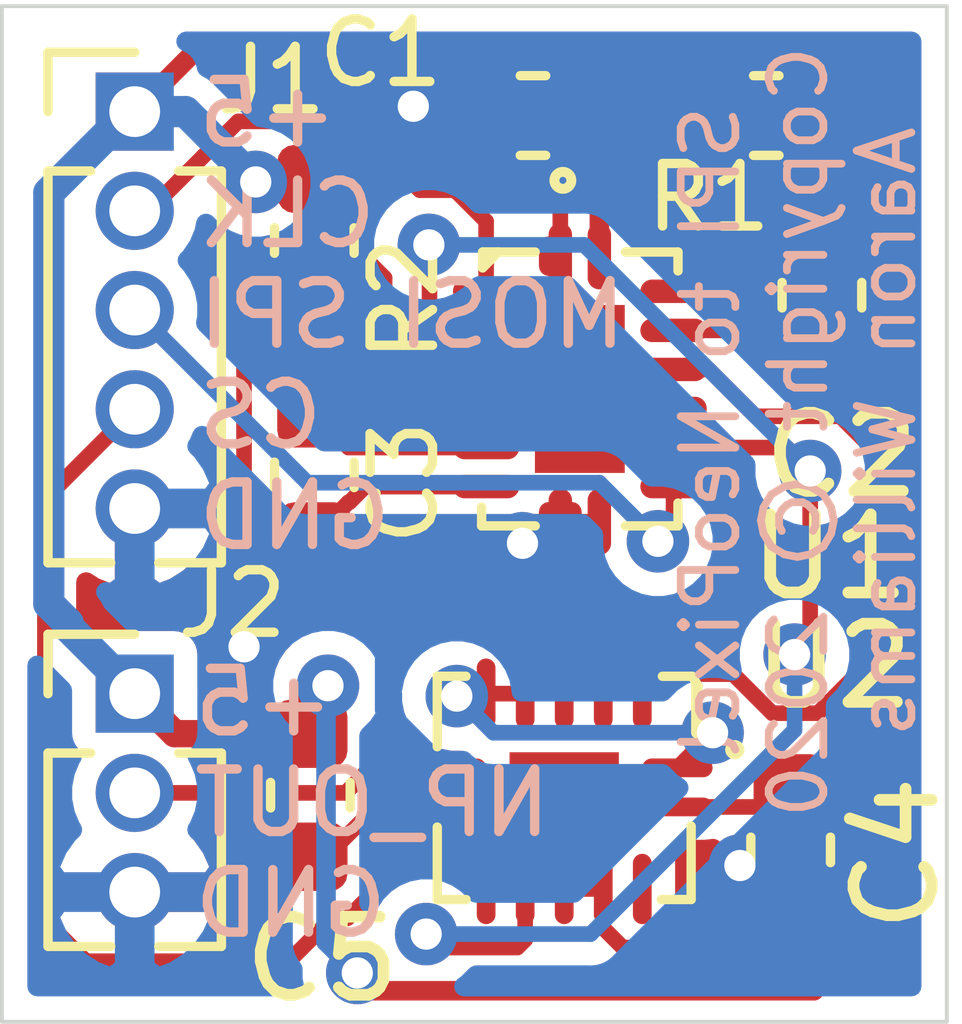
<source format=kicad_pcb>
(kicad_pcb (version 20171130) (host pcbnew 5.1.5-5.1.5)

  (general
    (thickness 1.6)
    (drawings 8)
    (tracks 162)
    (zones 0)
    (modules 11)
    (nets 18)
  )

  (page USLetter)
  (title_block
    (title "SPI to NeoPixel Adapter")
    (date 2020-04-24)
    (rev 1.0)
    (company "Aaron Williams")
  )

  (layers
    (0 F.Cu signal)
    (31 B.Cu signal)
    (32 B.Adhes user)
    (33 F.Adhes user)
    (34 B.Paste user)
    (35 F.Paste user)
    (36 B.SilkS user)
    (37 F.SilkS user)
    (38 B.Mask user)
    (39 F.Mask user)
    (40 Dwgs.User user)
    (41 Cmts.User user)
    (42 Eco1.User user)
    (43 Eco2.User user)
    (44 Edge.Cuts user)
    (45 Margin user)
    (46 B.CrtYd user)
    (47 F.CrtYd user)
    (48 B.Fab user hide)
    (49 F.Fab user hide)
  )

  (setup
    (last_trace_width 0.25)
    (user_trace_width 0.2)
    (user_trace_width 0.35)
    (user_trace_width 0.4)
    (user_trace_width 0.5)
    (user_trace_width 0.8)
    (trace_clearance 0.2)
    (zone_clearance 0.3)
    (zone_45_only yes)
    (trace_min 0.16)
    (via_size 0.8)
    (via_drill 0.4)
    (via_min_size 0.3)
    (via_min_drill 0.3)
    (user_via 0.554 0.3)
    (uvia_size 0.3)
    (uvia_drill 0.1)
    (uvias_allowed no)
    (uvia_min_size 0.2)
    (uvia_min_drill 0.1)
    (edge_width 0.05)
    (segment_width 0.2)
    (pcb_text_width 0.3)
    (pcb_text_size 1.5 1.5)
    (mod_edge_width 0.12)
    (mod_text_size 1 1)
    (mod_text_width 0.15)
    (pad_size 1.524 1.524)
    (pad_drill 0.762)
    (pad_to_mask_clearance 0.051)
    (solder_mask_min_width 0.25)
    (aux_axis_origin 0 0)
    (visible_elements FFFFFF7F)
    (pcbplotparams
      (layerselection 0x010fc_ffffffff)
      (usegerberextensions false)
      (usegerberattributes false)
      (usegerberadvancedattributes false)
      (creategerberjobfile false)
      (excludeedgelayer true)
      (linewidth 0.150000)
      (plotframeref false)
      (viasonmask false)
      (mode 1)
      (useauxorigin false)
      (hpglpennumber 1)
      (hpglpenspeed 20)
      (hpglpendiameter 15.000000)
      (psnegative false)
      (psa4output false)
      (plotreference true)
      (plotvalue true)
      (plotinvisibletext false)
      (padsonsilk false)
      (subtractmaskfromsilk false)
      (outputformat 1)
      (mirror false)
      (drillshape 1)
      (scaleselection 1)
      (outputdirectory ""))
  )

  (net 0 "")
  (net 1 VBUS)
  (net 2 GND)
  (net 3 /SHORT_RC)
  (net 4 "Net-(C2-Pad1)")
  (net 5 /LONG_RC)
  (net 6 "Net-(C3-Pad1)")
  (net 7 "Net-(U1-Pad4)")
  (net 8 /CLK)
  (net 9 /~CLR)
  (net 10 /ONE)
  (net 11 /MOSI)
  (net 12 "Net-(U1-Pad12)")
  (net 13 /ZERO)
  (net 14 "Net-(U2-Pad13)")
  (net 15 /~CS)
  (net 16 /OUT)
  (net 17 "Net-(U2-Pad1)")

  (net_class Default "This is the default net class."
    (clearance 0.2)
    (trace_width 0.25)
    (via_dia 0.8)
    (via_drill 0.4)
    (uvia_dia 0.3)
    (uvia_drill 0.1)
    (add_net /CLK)
    (add_net /LONG_RC)
    (add_net /MOSI)
    (add_net /ONE)
    (add_net /OUT)
    (add_net /SHORT_RC)
    (add_net /ZERO)
    (add_net /~CLR)
    (add_net /~CS)
    (add_net GND)
    (add_net "Net-(C2-Pad1)")
    (add_net "Net-(C3-Pad1)")
    (add_net "Net-(U1-Pad12)")
    (add_net "Net-(U1-Pad4)")
    (add_net "Net-(U2-Pad1)")
    (add_net "Net-(U2-Pad13)")
    (add_net VBUS)
  )

  (module Connector_PinHeader_1.27mm:PinHeader_1x03_P1.27mm_Vertical (layer F.Cu) (tedit 59FED6E3) (tstamp 5EABDAA5)
    (at 39.65 50.8)
    (descr "Through hole straight pin header, 1x03, 1.27mm pitch, single row")
    (tags "Through hole pin header THT 1x03 1.27mm single row")
    (path /5F0AB5E7)
    (fp_text reference J2 (at 1.25 -1.15) (layer F.SilkS)
      (effects (font (size 0.8 0.8) (thickness 0.12)))
    )
    (fp_text value Conn_01x03 (at 0 4.235) (layer F.Fab)
      (effects (font (size 1 1) (thickness 0.15)))
    )
    (fp_text user %R (at 0 1.27 90) (layer F.Fab)
      (effects (font (size 1 1) (thickness 0.15)))
    )
    (fp_line (start 1.55 -1.15) (end -1.55 -1.15) (layer F.CrtYd) (width 0.05))
    (fp_line (start 1.55 3.7) (end 1.55 -1.15) (layer F.CrtYd) (width 0.05))
    (fp_line (start -1.55 3.7) (end 1.55 3.7) (layer F.CrtYd) (width 0.05))
    (fp_line (start -1.55 -1.15) (end -1.55 3.7) (layer F.CrtYd) (width 0.05))
    (fp_line (start -1.11 -0.76) (end 0 -0.76) (layer F.SilkS) (width 0.12))
    (fp_line (start -1.11 0) (end -1.11 -0.76) (layer F.SilkS) (width 0.12))
    (fp_line (start 0.563471 0.76) (end 1.11 0.76) (layer F.SilkS) (width 0.12))
    (fp_line (start -1.11 0.76) (end -0.563471 0.76) (layer F.SilkS) (width 0.12))
    (fp_line (start 1.11 0.76) (end 1.11 3.235) (layer F.SilkS) (width 0.12))
    (fp_line (start -1.11 0.76) (end -1.11 3.235) (layer F.SilkS) (width 0.12))
    (fp_line (start 0.30753 3.235) (end 1.11 3.235) (layer F.SilkS) (width 0.12))
    (fp_line (start -1.11 3.235) (end -0.30753 3.235) (layer F.SilkS) (width 0.12))
    (fp_line (start -1.05 -0.11) (end -0.525 -0.635) (layer F.Fab) (width 0.1))
    (fp_line (start -1.05 3.175) (end -1.05 -0.11) (layer F.Fab) (width 0.1))
    (fp_line (start 1.05 3.175) (end -1.05 3.175) (layer F.Fab) (width 0.1))
    (fp_line (start 1.05 -0.635) (end 1.05 3.175) (layer F.Fab) (width 0.1))
    (fp_line (start -0.525 -0.635) (end 1.05 -0.635) (layer F.Fab) (width 0.1))
    (pad 3 thru_hole oval (at 0 2.54) (size 1 1) (drill 0.65) (layers *.Cu *.Mask)
      (net 2 GND))
    (pad 2 thru_hole oval (at 0 1.27) (size 1 1) (drill 0.65) (layers *.Cu *.Mask)
      (net 16 /OUT))
    (pad 1 thru_hole rect (at 0 0) (size 1 1) (drill 0.65) (layers *.Cu *.Mask)
      (net 1 VBUS))
    (model ${KISYS3DMOD}/Connector_PinHeader_1.27mm.3dshapes/PinHeader_1x03_P1.27mm_Vertical.wrl
      (at (xyz 0 0 0))
      (scale (xyz 1 1 1))
      (rotate (xyz 0 0 0))
    )
  )

  (module Connector_PinHeader_1.27mm:PinHeader_1x05_P1.27mm_Vertical (layer F.Cu) (tedit 59FED6E3) (tstamp 5EABDA8C)
    (at 39.65 43.35)
    (descr "Through hole straight pin header, 1x05, 1.27mm pitch, single row")
    (tags "Through hole pin header THT 1x05 1.27mm single row")
    (path /5F0A58F3)
    (fp_text reference J1 (at 1.75 -0.4) (layer F.SilkS)
      (effects (font (size 0.8 0.8) (thickness 0.12)))
    )
    (fp_text value Conn_01x05 (at 0 6.775) (layer F.Fab)
      (effects (font (size 1 1) (thickness 0.15)))
    )
    (fp_text user %R (at 0 2.54 90) (layer F.Fab)
      (effects (font (size 1 1) (thickness 0.15)))
    )
    (fp_line (start 1.55 -1.15) (end -1.55 -1.15) (layer F.CrtYd) (width 0.05))
    (fp_line (start 1.55 6.25) (end 1.55 -1.15) (layer F.CrtYd) (width 0.05))
    (fp_line (start -1.55 6.25) (end 1.55 6.25) (layer F.CrtYd) (width 0.05))
    (fp_line (start -1.55 -1.15) (end -1.55 6.25) (layer F.CrtYd) (width 0.05))
    (fp_line (start -1.11 -0.76) (end 0 -0.76) (layer F.SilkS) (width 0.12))
    (fp_line (start -1.11 0) (end -1.11 -0.76) (layer F.SilkS) (width 0.12))
    (fp_line (start 0.563471 0.76) (end 1.11 0.76) (layer F.SilkS) (width 0.12))
    (fp_line (start -1.11 0.76) (end -0.563471 0.76) (layer F.SilkS) (width 0.12))
    (fp_line (start 1.11 0.76) (end 1.11 5.775) (layer F.SilkS) (width 0.12))
    (fp_line (start -1.11 0.76) (end -1.11 5.775) (layer F.SilkS) (width 0.12))
    (fp_line (start 0.30753 5.775) (end 1.11 5.775) (layer F.SilkS) (width 0.12))
    (fp_line (start -1.11 5.775) (end -0.30753 5.775) (layer F.SilkS) (width 0.12))
    (fp_line (start -1.05 -0.11) (end -0.525 -0.635) (layer F.Fab) (width 0.1))
    (fp_line (start -1.05 5.715) (end -1.05 -0.11) (layer F.Fab) (width 0.1))
    (fp_line (start 1.05 5.715) (end -1.05 5.715) (layer F.Fab) (width 0.1))
    (fp_line (start 1.05 -0.635) (end 1.05 5.715) (layer F.Fab) (width 0.1))
    (fp_line (start -0.525 -0.635) (end 1.05 -0.635) (layer F.Fab) (width 0.1))
    (pad 5 thru_hole oval (at 0 5.08) (size 1 1) (drill 0.65) (layers *.Cu *.Mask)
      (net 2 GND))
    (pad 4 thru_hole oval (at 0 3.81) (size 1 1) (drill 0.65) (layers *.Cu *.Mask)
      (net 15 /~CS))
    (pad 3 thru_hole oval (at 0 2.54) (size 1 1) (drill 0.65) (layers *.Cu *.Mask)
      (net 11 /MOSI))
    (pad 2 thru_hole oval (at 0 1.27) (size 1 1) (drill 0.65) (layers *.Cu *.Mask)
      (net 8 /CLK))
    (pad 1 thru_hole rect (at 0 0) (size 1 1) (drill 0.65) (layers *.Cu *.Mask)
      (net 1 VBUS))
    (model ${KISYS3DMOD}/Connector_PinHeader_1.27mm.3dshapes/PinHeader_1x05_P1.27mm_Vertical.wrl
      (at (xyz 0 0 0))
      (scale (xyz 1 1 1))
      (rotate (xyz 0 0 0))
    )
  )

  (module Aaron:SOT-762-1 (layer F.Cu) (tedit 5EA2B334) (tstamp 5EABD735)
    (at 45.15 52 180)
    (descr "SOT752-1 MO-241 14-VFQFN 14-DHVQFN")
    (tags "SOT752-1 MO-241 14-VFQFN 14-DHVQFN")
    (path /5F071109)
    (solder_mask_margin 0.05)
    (attr smd)
    (fp_text reference U2 (at -3.45 1.55) (layer F.SilkS)
      (effects (font (size 1 1) (thickness 0.15)))
    )
    (fp_text value 74HC02 (at 0 -0.6) (layer F.Fab) hide
      (effects (font (size 0.25 0.25) (thickness 0.05)))
    )
    (fp_line (start -1.6383 1.4224) (end -1.7018 1.3208) (layer F.SilkS) (width 0.12))
    (fp_line (start -1.2573 1.4224) (end -1.6383 1.4224) (layer F.SilkS) (width 0.12))
    (fp_circle (center -2.1844 0.4826) (end -2.1463 0.5334) (layer F.SilkS) (width 0.12))
    (fp_line (start 1.6256 1.4224) (end 1.2573 1.4224) (layer F.SilkS) (width 0.12))
    (fp_line (start 1.6256 0.5207) (end 1.6256 1.4224) (layer F.SilkS) (width 0.12))
    (fp_line (start 1.6256 -1.4351) (end 1.6256 -0.508) (layer F.SilkS) (width 0.12))
    (fp_line (start 1.2573 -1.4351) (end 1.6256 -1.4351) (layer F.SilkS) (width 0.12))
    (fp_line (start -1.6256 -1.4351) (end -1.2446 -1.4351) (layer F.SilkS) (width 0.12))
    (fp_line (start -1.6256 -0.4953) (end -1.6256 -1.4351) (layer F.SilkS) (width 0.12))
    (fp_line (start -1.7 1.3) (end -1.7 0.7) (layer F.SilkS) (width 0.15))
    (fp_line (start -1.75 0.25) (end -1.25 0.5) (layer F.Fab) (width 0.05))
    (fp_line (start -1.25 0) (end -1.75 0.25) (layer F.Fab) (width 0.05))
    (fp_text user %R (at 0 0.2) (layer F.Fab)
      (effects (font (size 0.5 0.5) (thickness 0.075)))
    )
    (fp_line (start -1.7 -1.5) (end 1.7 -1.5) (layer F.CrtYd) (width 0.05))
    (fp_line (start 1.7 -1.5) (end 1.7 1.5) (layer F.CrtYd) (width 0.05))
    (fp_line (start 1.7 1.5) (end -1.7 1.5) (layer F.CrtYd) (width 0.05))
    (fp_line (start -1.7 1.5) (end -1.7 -1.5) (layer F.CrtYd) (width 0.05))
    (fp_line (start -1.5 1.3) (end -1.5 -1.3) (layer F.Fab) (width 0.15))
    (fp_line (start -1.5 -1.3) (end 1.5 -1.3) (layer F.Fab) (width 0.15))
    (fp_line (start 1.5 -1.3) (end 1.5 1.3) (layer F.Fab) (width 0.15))
    (fp_line (start 1.5 1.3) (end -1.5 1.3) (layer F.Fab) (width 0.15))
    (pad 13 smd oval (at -1 -1.3 180) (size 0.24 0.9) (layers F.Cu F.Paste F.Mask)
      (net 14 "Net-(U2-Pad13)"))
    (pad 12 smd oval (at -0.5 -1.3 180) (size 0.24 0.9) (layers F.Cu F.Paste F.Mask)
      (net 2 GND))
    (pad 11 smd oval (at 0 -1.3 180) (size 0.24 0.9) (layers F.Cu F.Paste F.Mask)
      (net 2 GND))
    (pad 10 smd oval (at 0.5 -1.3 180) (size 0.24 0.9) (layers F.Cu F.Paste F.Mask)
      (net 9 /~CLR))
    (pad 9 smd oval (at 1 -1.3 180) (size 0.24 0.9) (layers F.Cu F.Paste F.Mask)
      (net 15 /~CS))
    (pad 2 smd oval (at -1 1.2 180) (size 0.24 0.9) (layers F.Cu F.Paste F.Mask)
      (net 13 /ZERO))
    (pad 3 smd oval (at -0.5 1.2 180) (size 0.24 0.9) (layers F.Cu F.Paste F.Mask)
      (net 10 /ONE))
    (pad 4 smd oval (at 0 1.2 180) (size 0.24 0.9) (layers F.Cu F.Paste F.Mask)
      (net 16 /OUT))
    (pad 5 smd oval (at 0.5 1.2 180) (size 0.24 0.9) (layers F.Cu F.Paste F.Mask)
      (net 17 "Net-(U2-Pad1)"))
    (pad 6 smd oval (at 1 1.2 180) (size 0.24 0.9) (layers F.Cu F.Paste F.Mask)
      (net 17 "Net-(U2-Pad1)"))
    (pad 14 smd oval (at -1.45 -0.25 270) (size 0.24 0.9) (layers F.Cu F.Paste F.Mask)
      (net 1 VBUS))
    (pad 8 smd oval (at 1.45 -0.25 270) (size 0.24 0.9) (layers F.Cu F.Paste F.Mask)
      (net 15 /~CS))
    (pad 1 smd oval (at -1.45 0.25 270) (size 0.24 0.9) (layers F.Cu F.Paste F.Mask)
      (net 17 "Net-(U2-Pad1)"))
    (pad 7 smd oval (at 1.45 0.25 270) (size 0.24 0.9) (layers F.Cu F.Paste F.Mask)
      (net 2 GND))
    (pad 15 smd rect (at 0 0 180) (size 1.4 0.9) (layers F.Cu F.Paste F.Mask)
      (solder_paste_margin_ratio -0.2))
    (model "C:/Cad/Footprint/SOT/3D/User Library-DHVQFN 14.step"
      (at (xyz 0 0 0))
      (scale (xyz 1 1 1))
      (rotate (xyz 0 0 0))
    )
  )

  (module Aaron:SOT-763-1 (layer F.Cu) (tedit 5EA2B290) (tstamp 5EABD716)
    (at 45.35 46.9 270)
    (path /5F05FE9A)
    (fp_text reference U1 (at 2.15 -3.2 180) (layer F.SilkS)
      (effects (font (size 1 1) (thickness 0.15)))
    )
    (fp_text value 74HC123 (at 3.293672 3.910179 90) (layer F.Fab)
      (effects (font (size 0.560869 0.560869) (thickness 0.015)))
    )
    (fp_line (start 1.7526 1.2573) (end 1.5113 1.2573) (layer F.SilkS) (width 0.12))
    (fp_line (start 1.7526 0.5715) (end 1.7526 1.2573) (layer F.SilkS) (width 0.12))
    (fp_line (start 1.7526 -1.2573) (end 1.7526 -0.5842) (layer F.SilkS) (width 0.12))
    (fp_line (start 1.4605 -1.2573) (end 1.7526 -1.2573) (layer F.SilkS) (width 0.12))
    (fp_line (start -1.7526 -1.2573) (end -1.5113 -1.2573) (layer F.SilkS) (width 0.12))
    (fp_line (start -1.7526 -0.5842) (end -1.7526 -1.2573) (layer F.SilkS) (width 0.12))
    (fp_line (start -1.7526 1.2446) (end -1.7526 0.5715) (layer F.SilkS) (width 0.12))
    (fp_line (start -1.7526 1.0414) (end -1.7526 1.2446) (layer F.SilkS) (width 0.12))
    (fp_line (start -1.5494 1.2446) (end -1.7526 1.0414) (layer F.SilkS) (width 0.12))
    (fp_line (start -1.5494 1.2446) (end -1.7526 1.2446) (layer F.SilkS) (width 0.12))
    (fp_line (start 1.75 -1.25) (end -1.75 -1.25) (layer F.Fab) (width 0.2))
    (fp_line (start 1.75 -1.25) (end 1.75 1.25) (layer F.Fab) (width 0.2))
    (fp_line (start 1.75 1.25) (end -1.75 1.25) (layer F.Fab) (width 0.2))
    (fp_line (start -1.75 -1.25) (end -1.75 1.25) (layer F.Fab) (width 0.2))
    (fp_circle (center -2.67 0.217) (end -2.561425 0.217) (layer F.SilkS) (width 0.127))
    (fp_line (start 2.4 -1.9) (end 2.4 1.9) (layer F.CrtYd) (width 0.05))
    (fp_line (start 2.4 1.9) (end -2.4 1.9) (layer F.CrtYd) (width 0.05))
    (fp_line (start -2.4 1.9) (end -2.4 -1.9) (layer F.CrtYd) (width 0.05))
    (fp_line (start -2.4 -1.9) (end 2.4 -1.9) (layer F.CrtYd) (width 0.05))
    (pad 4 smd oval (at -0.25 1.2 270) (size 0.3 0.85) (layers F.Cu F.Paste F.Mask)
      (net 7 "Net-(U1-Pad4)"))
    (pad 2 smd oval (at -1.25 1.2 270) (size 0.3 0.85) (layers F.Cu F.Paste F.Mask)
      (net 8 /CLK))
    (pad 3 smd oval (at -0.75 1.2 270) (size 0.3 0.85) (layers F.Cu F.Paste F.Mask)
      (net 9 /~CLR))
    (pad 5 smd oval (at 0.25 1.2 270) (size 0.3 0.85) (layers F.Cu F.Paste F.Mask)
      (net 10 /ONE))
    (pad 6 smd oval (at 0.75 1.2 270) (size 0.3 0.85) (layers F.Cu F.Paste F.Mask)
      (net 5 /LONG_RC))
    (pad 7 smd oval (at 1.25 1.2 270) (size 0.3 0.85) (layers F.Cu F.Paste F.Mask)
      (net 6 "Net-(C3-Pad1)"))
    (pad 8 smd oval (at 1.7 0.25 270) (size 0.85 0.3) (layers F.Cu F.Paste F.Mask)
      (net 2 GND))
    (pad 9 smd oval (at 1.7 -0.25 270) (size 0.85 0.3) (layers F.Cu F.Paste F.Mask)
      (net 2 GND))
    (pad 10 smd oval (at 1.25 -1.2 270) (size 0.3 0.85) (layers F.Cu F.Paste F.Mask)
      (net 11 /MOSI))
    (pad 11 smd oval (at 0.75 -1.2 270) (size 0.3 0.85) (layers F.Cu F.Paste F.Mask)
      (net 9 /~CLR))
    (pad 12 smd oval (at 0.25 -1.2 270) (size 0.3 0.85) (layers F.Cu F.Paste F.Mask)
      (net 12 "Net-(U1-Pad12)"))
    (pad 13 smd oval (at -0.25 -1.2 270) (size 0.3 0.85) (layers F.Cu F.Paste F.Mask)
      (net 13 /ZERO))
    (pad 14 smd oval (at -0.75 -1.2 270) (size 0.3 0.85) (layers F.Cu F.Paste F.Mask)
      (net 4 "Net-(C2-Pad1)"))
    (pad 15 smd oval (at -1.25 -1.2 270) (size 0.3 0.85) (layers F.Cu F.Paste F.Mask)
      (net 3 /SHORT_RC))
    (pad 16 smd oval (at -1.7 -0.25 270) (size 0.85 0.3) (layers F.Cu F.Paste F.Mask)
      (net 1 VBUS))
    (pad 1 smd oval (at -1.7 0.25 270) (size 0.85 0.3) (layers F.Cu F.Paste F.Mask)
      (net 2 GND))
    (pad 17 smd rect (at 0 0 270) (size 2.15 1.15) (layers F.Cu F.Mask))
  )

  (module Resistor_SMD:R_0603_1608Metric (layer F.Cu) (tedit 5B301BBD) (tstamp 5EABD6F8)
    (at 41.95 45 270)
    (descr "Resistor SMD 0603 (1608 Metric), square (rectangular) end terminal, IPC_7351 nominal, (Body size source: http://www.tortai-tech.com/upload/download/2011102023233369053.pdf), generated with kicad-footprint-generator")
    (tags resistor)
    (path /5F08A8E2)
    (attr smd)
    (fp_text reference R2 (at 0.75 -1.15 90) (layer F.SilkS)
      (effects (font (size 0.8 0.8) (thickness 0.12)))
    )
    (fp_text value 9.1K (at 0 1.43 90) (layer F.Fab)
      (effects (font (size 1 1) (thickness 0.15)))
    )
    (fp_text user %R (at 0 0 90) (layer F.Fab)
      (effects (font (size 0.4 0.4) (thickness 0.06)))
    )
    (fp_line (start 1.48 0.73) (end -1.48 0.73) (layer F.CrtYd) (width 0.05))
    (fp_line (start 1.48 -0.73) (end 1.48 0.73) (layer F.CrtYd) (width 0.05))
    (fp_line (start -1.48 -0.73) (end 1.48 -0.73) (layer F.CrtYd) (width 0.05))
    (fp_line (start -1.48 0.73) (end -1.48 -0.73) (layer F.CrtYd) (width 0.05))
    (fp_line (start -0.162779 0.51) (end 0.162779 0.51) (layer F.SilkS) (width 0.12))
    (fp_line (start -0.162779 -0.51) (end 0.162779 -0.51) (layer F.SilkS) (width 0.12))
    (fp_line (start 0.8 0.4) (end -0.8 0.4) (layer F.Fab) (width 0.1))
    (fp_line (start 0.8 -0.4) (end 0.8 0.4) (layer F.Fab) (width 0.1))
    (fp_line (start -0.8 -0.4) (end 0.8 -0.4) (layer F.Fab) (width 0.1))
    (fp_line (start -0.8 0.4) (end -0.8 -0.4) (layer F.Fab) (width 0.1))
    (pad 2 smd roundrect (at 0.7875 0 270) (size 0.875 0.95) (layers F.Cu F.Paste F.Mask) (roundrect_rratio 0.25)
      (net 5 /LONG_RC))
    (pad 1 smd roundrect (at -0.7875 0 270) (size 0.875 0.95) (layers F.Cu F.Paste F.Mask) (roundrect_rratio 0.25)
      (net 1 VBUS))
    (model ${KISYS3DMOD}/Resistor_SMD.3dshapes/R_0603_1608Metric.wrl
      (at (xyz 0 0 0))
      (scale (xyz 1 1 1))
      (rotate (xyz 0 0 0))
    )
  )

  (module Resistor_SMD:R_0603_1608Metric (layer F.Cu) (tedit 5B301BBD) (tstamp 5EABD6E7)
    (at 47.7375 43.4)
    (descr "Resistor SMD 0603 (1608 Metric), square (rectangular) end terminal, IPC_7351 nominal, (Body size source: http://www.tortai-tech.com/upload/download/2011102023233369053.pdf), generated with kicad-footprint-generator")
    (tags resistor)
    (path /5F089A91)
    (attr smd)
    (fp_text reference R1 (at -0.7375 1.05) (layer F.SilkS)
      (effects (font (size 0.8 0.8) (thickness 0.12)))
    )
    (fp_text value 4.1K (at 0 1.43) (layer F.Fab)
      (effects (font (size 1 1) (thickness 0.15)))
    )
    (fp_text user %R (at 0 0) (layer F.Fab)
      (effects (font (size 0.4 0.4) (thickness 0.06)))
    )
    (fp_line (start 1.48 0.73) (end -1.48 0.73) (layer F.CrtYd) (width 0.05))
    (fp_line (start 1.48 -0.73) (end 1.48 0.73) (layer F.CrtYd) (width 0.05))
    (fp_line (start -1.48 -0.73) (end 1.48 -0.73) (layer F.CrtYd) (width 0.05))
    (fp_line (start -1.48 0.73) (end -1.48 -0.73) (layer F.CrtYd) (width 0.05))
    (fp_line (start -0.162779 0.51) (end 0.162779 0.51) (layer F.SilkS) (width 0.12))
    (fp_line (start -0.162779 -0.51) (end 0.162779 -0.51) (layer F.SilkS) (width 0.12))
    (fp_line (start 0.8 0.4) (end -0.8 0.4) (layer F.Fab) (width 0.1))
    (fp_line (start 0.8 -0.4) (end 0.8 0.4) (layer F.Fab) (width 0.1))
    (fp_line (start -0.8 -0.4) (end 0.8 -0.4) (layer F.Fab) (width 0.1))
    (fp_line (start -0.8 0.4) (end -0.8 -0.4) (layer F.Fab) (width 0.1))
    (pad 2 smd roundrect (at 0.7875 0) (size 0.875 0.95) (layers F.Cu F.Paste F.Mask) (roundrect_rratio 0.25)
      (net 3 /SHORT_RC))
    (pad 1 smd roundrect (at -0.7875 0) (size 0.875 0.95) (layers F.Cu F.Paste F.Mask) (roundrect_rratio 0.25)
      (net 1 VBUS))
    (model ${KISYS3DMOD}/Resistor_SMD.3dshapes/R_0603_1608Metric.wrl
      (at (xyz 0 0 0))
      (scale (xyz 1 1 1))
      (rotate (xyz 0 0 0))
    )
  )

  (module Capacitor_SMD:C_0603_1608Metric (layer F.Cu) (tedit 5B301BBE) (tstamp 5EABD6D6)
    (at 41.9 52.1 90)
    (descr "Capacitor SMD 0603 (1608 Metric), square (rectangular) end terminal, IPC_7351 nominal, (Body size source: http://www.tortai-tech.com/upload/download/2011102023233369053.pdf), generated with kicad-footprint-generator")
    (tags capacitor)
    (path /5F0AC8F9)
    (attr smd)
    (fp_text reference C5 (at -2.1 0.15 180) (layer F.SilkS)
      (effects (font (size 1 1) (thickness 0.15)))
    )
    (fp_text value 1uF (at 0 1.43 90) (layer F.Fab)
      (effects (font (size 1 1) (thickness 0.15)))
    )
    (fp_text user %R (at 0 0 90) (layer F.Fab)
      (effects (font (size 0.4 0.4) (thickness 0.06)))
    )
    (fp_line (start 1.48 0.73) (end -1.48 0.73) (layer F.CrtYd) (width 0.05))
    (fp_line (start 1.48 -0.73) (end 1.48 0.73) (layer F.CrtYd) (width 0.05))
    (fp_line (start -1.48 -0.73) (end 1.48 -0.73) (layer F.CrtYd) (width 0.05))
    (fp_line (start -1.48 0.73) (end -1.48 -0.73) (layer F.CrtYd) (width 0.05))
    (fp_line (start -0.162779 0.51) (end 0.162779 0.51) (layer F.SilkS) (width 0.12))
    (fp_line (start -0.162779 -0.51) (end 0.162779 -0.51) (layer F.SilkS) (width 0.12))
    (fp_line (start 0.8 0.4) (end -0.8 0.4) (layer F.Fab) (width 0.1))
    (fp_line (start 0.8 -0.4) (end 0.8 0.4) (layer F.Fab) (width 0.1))
    (fp_line (start -0.8 -0.4) (end 0.8 -0.4) (layer F.Fab) (width 0.1))
    (fp_line (start -0.8 0.4) (end -0.8 -0.4) (layer F.Fab) (width 0.1))
    (pad 2 smd roundrect (at 0.7875 0 90) (size 0.875 0.95) (layers F.Cu F.Paste F.Mask) (roundrect_rratio 0.25)
      (net 1 VBUS))
    (pad 1 smd roundrect (at -0.7875 0 90) (size 0.875 0.95) (layers F.Cu F.Paste F.Mask) (roundrect_rratio 0.25)
      (net 2 GND))
    (model ${KISYS3DMOD}/Capacitor_SMD.3dshapes/C_0603_1608Metric.wrl
      (at (xyz 0 0 0))
      (scale (xyz 1 1 1))
      (rotate (xyz 0 0 0))
    )
  )

  (module Capacitor_SMD:C_0603_1608Metric (layer F.Cu) (tedit 5B301BBE) (tstamp 5EABD6C5)
    (at 48.05 52.8 90)
    (descr "Capacitor SMD 0603 (1608 Metric), square (rectangular) end terminal, IPC_7351 nominal, (Body size source: http://www.tortai-tech.com/upload/download/2011102023233369053.pdf), generated with kicad-footprint-generator")
    (tags capacitor)
    (path /5F094137)
    (attr smd)
    (fp_text reference C4 (at -0.05 1.35 90) (layer F.SilkS)
      (effects (font (size 1 1) (thickness 0.15)))
    )
    (fp_text value 0.1uF (at 0 1.43 90) (layer F.Fab)
      (effects (font (size 1 1) (thickness 0.15)))
    )
    (fp_text user %R (at 0 0 90) (layer F.Fab)
      (effects (font (size 0.4 0.4) (thickness 0.06)))
    )
    (fp_line (start 1.48 0.73) (end -1.48 0.73) (layer F.CrtYd) (width 0.05))
    (fp_line (start 1.48 -0.73) (end 1.48 0.73) (layer F.CrtYd) (width 0.05))
    (fp_line (start -1.48 -0.73) (end 1.48 -0.73) (layer F.CrtYd) (width 0.05))
    (fp_line (start -1.48 0.73) (end -1.48 -0.73) (layer F.CrtYd) (width 0.05))
    (fp_line (start -0.162779 0.51) (end 0.162779 0.51) (layer F.SilkS) (width 0.12))
    (fp_line (start -0.162779 -0.51) (end 0.162779 -0.51) (layer F.SilkS) (width 0.12))
    (fp_line (start 0.8 0.4) (end -0.8 0.4) (layer F.Fab) (width 0.1))
    (fp_line (start 0.8 -0.4) (end 0.8 0.4) (layer F.Fab) (width 0.1))
    (fp_line (start -0.8 -0.4) (end 0.8 -0.4) (layer F.Fab) (width 0.1))
    (fp_line (start -0.8 0.4) (end -0.8 -0.4) (layer F.Fab) (width 0.1))
    (pad 2 smd roundrect (at 0.7875 0 90) (size 0.875 0.95) (layers F.Cu F.Paste F.Mask) (roundrect_rratio 0.25)
      (net 1 VBUS))
    (pad 1 smd roundrect (at -0.7875 0 90) (size 0.875 0.95) (layers F.Cu F.Paste F.Mask) (roundrect_rratio 0.25)
      (net 2 GND))
    (model ${KISYS3DMOD}/Capacitor_SMD.3dshapes/C_0603_1608Metric.wrl
      (at (xyz 0 0 0))
      (scale (xyz 1 1 1))
      (rotate (xyz 0 0 0))
    )
  )

  (module Capacitor_SMD:C_0603_1608Metric (layer F.Cu) (tedit 5B301BBE) (tstamp 5EABD6B4)
    (at 41.95 48 90)
    (descr "Capacitor SMD 0603 (1608 Metric), square (rectangular) end terminal, IPC_7351 nominal, (Body size source: http://www.tortai-tech.com/upload/download/2011102023233369053.pdf), generated with kicad-footprint-generator")
    (tags capacitor)
    (path /5F06DC33)
    (attr smd)
    (fp_text reference C3 (at -0.1 1.15 90) (layer F.SilkS)
      (effects (font (size 0.8 0.8) (thickness 0.12)))
    )
    (fp_text value 200pF (at 0 1.43 90) (layer F.Fab)
      (effects (font (size 1 1) (thickness 0.15)))
    )
    (fp_text user %R (at 0 0 90) (layer F.Fab)
      (effects (font (size 0.4 0.4) (thickness 0.06)))
    )
    (fp_line (start 1.48 0.73) (end -1.48 0.73) (layer F.CrtYd) (width 0.05))
    (fp_line (start 1.48 -0.73) (end 1.48 0.73) (layer F.CrtYd) (width 0.05))
    (fp_line (start -1.48 -0.73) (end 1.48 -0.73) (layer F.CrtYd) (width 0.05))
    (fp_line (start -1.48 0.73) (end -1.48 -0.73) (layer F.CrtYd) (width 0.05))
    (fp_line (start -0.162779 0.51) (end 0.162779 0.51) (layer F.SilkS) (width 0.12))
    (fp_line (start -0.162779 -0.51) (end 0.162779 -0.51) (layer F.SilkS) (width 0.12))
    (fp_line (start 0.8 0.4) (end -0.8 0.4) (layer F.Fab) (width 0.1))
    (fp_line (start 0.8 -0.4) (end 0.8 0.4) (layer F.Fab) (width 0.1))
    (fp_line (start -0.8 -0.4) (end 0.8 -0.4) (layer F.Fab) (width 0.1))
    (fp_line (start -0.8 0.4) (end -0.8 -0.4) (layer F.Fab) (width 0.1))
    (pad 2 smd roundrect (at 0.7875 0 90) (size 0.875 0.95) (layers F.Cu F.Paste F.Mask) (roundrect_rratio 0.25)
      (net 5 /LONG_RC))
    (pad 1 smd roundrect (at -0.7875 0 90) (size 0.875 0.95) (layers F.Cu F.Paste F.Mask) (roundrect_rratio 0.25)
      (net 6 "Net-(C3-Pad1)"))
    (model ${KISYS3DMOD}/Capacitor_SMD.3dshapes/C_0603_1608Metric.wrl
      (at (xyz 0 0 0))
      (scale (xyz 1 1 1))
      (rotate (xyz 0 0 0))
    )
  )

  (module Capacitor_SMD:C_0603_1608Metric (layer F.Cu) (tedit 5B301BBE) (tstamp 5EABDDBC)
    (at 48.45 45.7 90)
    (descr "Capacitor SMD 0603 (1608 Metric), square (rectangular) end terminal, IPC_7351 nominal, (Body size source: http://www.tortai-tech.com/upload/download/2011102023233369053.pdf), generated with kicad-footprint-generator")
    (tags capacitor)
    (path /5F06DFB4)
    (attr smd)
    (fp_text reference C2 (at -2.05 0.25 180) (layer F.SilkS)
      (effects (font (size 1 1) (thickness 0.15)))
    )
    (fp_text value 200pF (at 0 1.43 90) (layer F.Fab)
      (effects (font (size 1 1) (thickness 0.15)))
    )
    (fp_text user %R (at 0 0 90) (layer F.Fab)
      (effects (font (size 0.4 0.4) (thickness 0.06)))
    )
    (fp_line (start 1.48 0.73) (end -1.48 0.73) (layer F.CrtYd) (width 0.05))
    (fp_line (start 1.48 -0.73) (end 1.48 0.73) (layer F.CrtYd) (width 0.05))
    (fp_line (start -1.48 -0.73) (end 1.48 -0.73) (layer F.CrtYd) (width 0.05))
    (fp_line (start -1.48 0.73) (end -1.48 -0.73) (layer F.CrtYd) (width 0.05))
    (fp_line (start -0.162779 0.51) (end 0.162779 0.51) (layer F.SilkS) (width 0.12))
    (fp_line (start -0.162779 -0.51) (end 0.162779 -0.51) (layer F.SilkS) (width 0.12))
    (fp_line (start 0.8 0.4) (end -0.8 0.4) (layer F.Fab) (width 0.1))
    (fp_line (start 0.8 -0.4) (end 0.8 0.4) (layer F.Fab) (width 0.1))
    (fp_line (start -0.8 -0.4) (end 0.8 -0.4) (layer F.Fab) (width 0.1))
    (fp_line (start -0.8 0.4) (end -0.8 -0.4) (layer F.Fab) (width 0.1))
    (pad 2 smd roundrect (at 0.7875 0 90) (size 0.875 0.95) (layers F.Cu F.Paste F.Mask) (roundrect_rratio 0.25)
      (net 3 /SHORT_RC))
    (pad 1 smd roundrect (at -0.7875 0 90) (size 0.875 0.95) (layers F.Cu F.Paste F.Mask) (roundrect_rratio 0.25)
      (net 4 "Net-(C2-Pad1)"))
    (model ${KISYS3DMOD}/Capacitor_SMD.3dshapes/C_0603_1608Metric.wrl
      (at (xyz 0 0 0))
      (scale (xyz 1 1 1))
      (rotate (xyz 0 0 0))
    )
  )

  (module Capacitor_SMD:C_0603_1608Metric (layer F.Cu) (tedit 5B301BBE) (tstamp 5EABD692)
    (at 44.75 43.4)
    (descr "Capacitor SMD 0603 (1608 Metric), square (rectangular) end terminal, IPC_7351 nominal, (Body size source: http://www.tortai-tech.com/upload/download/2011102023233369053.pdf), generated with kicad-footprint-generator")
    (tags capacitor)
    (path /5F091591)
    (attr smd)
    (fp_text reference C1 (at -1.95 -0.8) (layer F.SilkS)
      (effects (font (size 0.8 0.8) (thickness 0.12)))
    )
    (fp_text value 0.1uF (at 0 1.43) (layer F.Fab)
      (effects (font (size 1 1) (thickness 0.15)))
    )
    (fp_text user %R (at 0 0) (layer F.Fab)
      (effects (font (size 0.4 0.4) (thickness 0.06)))
    )
    (fp_line (start 1.48 0.73) (end -1.48 0.73) (layer F.CrtYd) (width 0.05))
    (fp_line (start 1.48 -0.73) (end 1.48 0.73) (layer F.CrtYd) (width 0.05))
    (fp_line (start -1.48 -0.73) (end 1.48 -0.73) (layer F.CrtYd) (width 0.05))
    (fp_line (start -1.48 0.73) (end -1.48 -0.73) (layer F.CrtYd) (width 0.05))
    (fp_line (start -0.162779 0.51) (end 0.162779 0.51) (layer F.SilkS) (width 0.12))
    (fp_line (start -0.162779 -0.51) (end 0.162779 -0.51) (layer F.SilkS) (width 0.12))
    (fp_line (start 0.8 0.4) (end -0.8 0.4) (layer F.Fab) (width 0.1))
    (fp_line (start 0.8 -0.4) (end 0.8 0.4) (layer F.Fab) (width 0.1))
    (fp_line (start -0.8 -0.4) (end 0.8 -0.4) (layer F.Fab) (width 0.1))
    (fp_line (start -0.8 0.4) (end -0.8 -0.4) (layer F.Fab) (width 0.1))
    (pad 2 smd roundrect (at 0.7875 0) (size 0.875 0.95) (layers F.Cu F.Paste F.Mask) (roundrect_rratio 0.25)
      (net 1 VBUS))
    (pad 1 smd roundrect (at -0.7875 0) (size 0.875 0.95) (layers F.Cu F.Paste F.Mask) (roundrect_rratio 0.25)
      (net 2 GND))
    (model ${KISYS3DMOD}/Capacitor_SMD.3dshapes/C_0603_1608Metric.wrl
      (at (xyz 0 0 0))
      (scale (xyz 1 1 1))
      (rotate (xyz 0 0 0))
    )
  )

  (gr_text "SPI to NeoPixel\nCopyright © 2020\nAaron Williams" (at 48.15 47.45 90) (layer B.SilkS)
    (effects (font (size 0.7 0.7) (thickness 0.1)) (justify mirror))
  )
  (gr_text "+5\nNP_OUT\nGND" (at 40.35 52.2) (layer B.SilkS)
    (effects (font (size 0.8 0.8) (thickness 0.12)) (justify right mirror))
  )
  (gr_text "+5\nCLK\nMOSI SPI\nCS\nGND" (at 40.4 45.95) (layer B.SilkS)
    (effects (font (size 0.8 0.8) (thickness 0.12)) (justify right mirror))
  )
  (gr_line (start 37.95 42) (end 37.95 42) (layer Edge.Cuts) (width 0.05))
  (gr_line (start 50.05 42) (end 37.95 42) (layer Edge.Cuts) (width 0.05))
  (gr_line (start 50.05 55) (end 50.05 42) (layer Edge.Cuts) (width 0.05))
  (gr_line (start 37.95 55) (end 50.05 55) (layer Edge.Cuts) (width 0.05))
  (gr_line (start 37.95 42) (end 37.95 55) (layer Edge.Cuts) (width 0.05))

  (segment (start 42.85 50) (end 42.85 51) (width 0.25) (layer B.Cu) (net 2))
  (segment (start 42.85 51) (end 43.4 51.55) (width 0.25) (layer B.Cu) (net 2))
  (segment (start 47.8125 52.25) (end 46.6 52.25) (width 0.2) (layer F.Cu) (net 1))
  (segment (start 48.05 52.0125) (end 47.8125 52.25) (width 0.2) (layer F.Cu) (net 1))
  (segment (start 46.95 43.4) (end 45.5375 43.4) (width 0.2) (layer F.Cu) (net 1))
  (via (at 42.5 54.375) (size 0.8) (drill 0.4) (layers F.Cu B.Cu) (net 1))
  (via (at 41.2 44.25) (size 0.8) (drill 0.4) (layers F.Cu B.Cu) (net 1))
  (segment (start 41.95 44.2125) (end 41.2375 44.2125) (width 0.25) (layer F.Cu) (net 1))
  (segment (start 41.2375 44.2125) (end 41.2 44.25) (width 0.25) (layer F.Cu) (net 1))
  (segment (start 40.3 43.35) (end 39.65 43.35) (width 0.4) (layer B.Cu) (net 1))
  (segment (start 41.2 44.25) (end 40.3 43.35) (width 0.4) (layer B.Cu) (net 1))
  (segment (start 40.1625 51.3125) (end 39.65 50.8) (width 0.35) (layer F.Cu) (net 1))
  (segment (start 41.9 51.3125) (end 40.1625 51.3125) (width 0.35) (layer F.Cu) (net 1))
  (segment (start 45.6 43.4625) (end 45.5375 43.4) (width 0.25) (layer F.Cu) (net 1))
  (segment (start 45.6 45.2) (end 45.6 43.4625) (width 0.25) (layer F.Cu) (net 1))
  (segment (start 38.8 49.95) (end 39.65 50.8) (width 0.4) (layer B.Cu) (net 1))
  (segment (start 38.55 49.65) (end 38.8 49.9) (width 0.4) (layer B.Cu) (net 1))
  (segment (start 38.55 44.387998) (end 38.55 49.65) (width 0.4) (layer B.Cu) (net 1))
  (segment (start 38.8 49.9) (end 38.8 49.95) (width 0.4) (layer B.Cu) (net 1))
  (segment (start 39.65 43.35) (end 39.587998 43.35) (width 0.4) (layer B.Cu) (net 1))
  (segment (start 39.587998 43.35) (end 38.55 44.387998) (width 0.4) (layer B.Cu) (net 1))
  (segment (start 40.45 42.55) (end 39.65 43.35) (width 0.25) (layer F.Cu) (net 1))
  (segment (start 44.75 42.55) (end 40.45 42.55) (width 0.25) (layer F.Cu) (net 1))
  (segment (start 45.5375 43.4) (end 45.5375 43.3375) (width 0.25) (layer F.Cu) (net 1))
  (segment (start 45.5375 43.3375) (end 44.75 42.55) (width 0.25) (layer F.Cu) (net 1))
  (segment (start 48.95 54) (end 48.34744 54.60256) (width 0.25) (layer F.Cu) (net 1))
  (segment (start 48.95 52.4375) (end 48.95 54) (width 0.25) (layer F.Cu) (net 1))
  (segment (start 48.05 52.0125) (end 48.525 52.0125) (width 0.25) (layer F.Cu) (net 1))
  (segment (start 42.72756 54.60256) (end 42.5 54.375) (width 0.25) (layer F.Cu) (net 1))
  (segment (start 48.34744 54.60256) (end 42.72756 54.60256) (width 0.25) (layer F.Cu) (net 1))
  (segment (start 48.525 52.0125) (end 48.95 52.4375) (width 0.25) (layer F.Cu) (net 1))
  (via (at 42.12499 50.698453) (size 0.8) (drill 0.4) (layers F.Cu B.Cu) (net 1))
  (segment (start 41.9 51.3125) (end 41.9 50.875) (width 0.35) (layer F.Cu) (net 1))
  (segment (start 42.100001 53.975001) (end 42.100001 50.723442) (width 0.25) (layer B.Cu) (net 1))
  (segment (start 42.100001 50.723442) (end 42.12499 50.698453) (width 0.25) (layer B.Cu) (net 1))
  (segment (start 42.5 54.375) (end 42.100001 53.975001) (width 0.25) (layer B.Cu) (net 1))
  (segment (start 41.9 50.875) (end 42.076547 50.698453) (width 0.35) (layer F.Cu) (net 1))
  (segment (start 42.076547 50.698453) (end 42.12499 50.698453) (width 0.35) (layer F.Cu) (net 1))
  (segment (start 45.65 53.3) (end 45.15 53.3) (width 0.2) (layer F.Cu) (net 2))
  (via (at 47.4 53) (size 0.8) (drill 0.4) (layers F.Cu B.Cu) (net 2))
  (segment (start 48.05 53.5875) (end 47.9875 53.5875) (width 0.35) (layer F.Cu) (net 2))
  (segment (start 47.9875 53.5875) (end 47.4 53) (width 0.35) (layer F.Cu) (net 2))
  (segment (start 45.6 48.6) (end 45.1 48.6) (width 0.2) (layer F.Cu) (net 2))
  (via (at 43.217744 43.281637) (size 0.8) (drill 0.4) (layers F.Cu B.Cu) (net 2))
  (segment (start 43.336107 43.4) (end 43.217744 43.281637) (width 0.25) (layer F.Cu) (net 2))
  (segment (start 43.9625 43.4) (end 43.336107 43.4) (width 0.25) (layer F.Cu) (net 2))
  (via (at 44.615399 48.875435) (size 0.8) (drill 0.4) (layers F.Cu B.Cu) (net 2))
  (segment (start 45.1 48.6) (end 44.75 48.6) (width 0.2) (layer F.Cu) (net 2))
  (segment (start 44.615399 48.734601) (end 44.615399 48.875435) (width 0.2) (layer F.Cu) (net 2))
  (segment (start 44.75 48.6) (end 44.615399 48.734601) (width 0.2) (layer F.Cu) (net 2))
  (segment (start 43.23684 51.75) (end 42.09934 52.8875) (width 0.2) (layer F.Cu) (net 2))
  (segment (start 42.09934 52.8875) (end 41.9 52.8875) (width 0.2) (layer F.Cu) (net 2))
  (segment (start 43.7 51.75) (end 43.23684 51.75) (width 0.2) (layer F.Cu) (net 2))
  (via (at 41.05 50.2) (size 0.8) (drill 0.4) (layers F.Cu B.Cu) (net 2))
  (segment (start 43.9625 43.4125) (end 43.9625 43.4) (width 0.2) (layer F.Cu) (net 2))
  (segment (start 45.1 45.2) (end 45.1 44.55) (width 0.2) (layer F.Cu) (net 2))
  (segment (start 45.1 44.55) (end 43.9625 43.4125) (width 0.2) (layer F.Cu) (net 2))
  (segment (start 45.90001 54.05001) (end 45.65 53.8) (width 0.2) (layer F.Cu) (net 2))
  (segment (start 48.05 53.5875) (end 47.58749 54.05001) (width 0.2) (layer F.Cu) (net 2))
  (segment (start 45.65 53.8) (end 45.65 53.3) (width 0.2) (layer F.Cu) (net 2))
  (segment (start 47.58749 54.05001) (end 45.90001 54.05001) (width 0.2) (layer F.Cu) (net 2))
  (segment (start 48.45 43.475) (end 48.525 43.4) (width 0.2) (layer F.Cu) (net 3))
  (segment (start 48.45 44.9125) (end 48.45 43.475) (width 0.2) (layer F.Cu) (net 3))
  (segment (start 46.8 45.65) (end 46.55 45.65) (width 0.2) (layer F.Cu) (net 3))
  (segment (start 48.45 44.9125) (end 48.1125 45.25) (width 0.2) (layer F.Cu) (net 3))
  (segment (start 47.2 45.25) (end 46.8 45.65) (width 0.2) (layer F.Cu) (net 3))
  (segment (start 48.1125 45.25) (end 47.2 45.25) (width 0.2) (layer F.Cu) (net 3))
  (segment (start 47.175 46.15) (end 46.55 46.15) (width 0.2) (layer F.Cu) (net 4))
  (segment (start 48.45 46.4875) (end 48.1125 46.15) (width 0.2) (layer F.Cu) (net 4))
  (segment (start 48.1125 46.15) (end 47.175 46.15) (width 0.2) (layer F.Cu) (net 4))
  (segment (start 42.3875 47.65) (end 41.95 47.2125) (width 0.2) (layer F.Cu) (net 5))
  (segment (start 44.15 47.65) (end 42.3875 47.65) (width 0.2) (layer F.Cu) (net 5))
  (segment (start 41.95 47.2125) (end 41.95 45.7875) (width 0.2) (layer F.Cu) (net 5))
  (segment (start 42.4 48.35) (end 42.3875 48.35) (width 0.2) (layer F.Cu) (net 6))
  (segment (start 42.3875 48.35) (end 41.95 48.7875) (width 0.2) (layer F.Cu) (net 6))
  (segment (start 44.15 48.15) (end 42.6 48.15) (width 0.2) (layer F.Cu) (net 6))
  (segment (start 42.6 48.15) (end 42.4 48.35) (width 0.2) (layer F.Cu) (net 6))
  (segment (start 40.97501 43.47499) (end 42.42113 43.47499) (width 0.2) (layer F.Cu) (net 8))
  (segment (start 44.15 45.3) (end 44.15 45.65) (width 0.2) (layer F.Cu) (net 8))
  (segment (start 43.302061 44.355921) (end 43.751803 44.355921) (width 0.2) (layer F.Cu) (net 8))
  (segment (start 44.15 44.754118) (end 44.15 45.3) (width 0.2) (layer F.Cu) (net 8))
  (segment (start 43.751803 44.355921) (end 44.15 44.754118) (width 0.2) (layer F.Cu) (net 8))
  (segment (start 39.83 44.62) (end 40.97501 43.47499) (width 0.2) (layer F.Cu) (net 8))
  (segment (start 42.42113 43.47499) (end 43.302061 44.355921) (width 0.2) (layer F.Cu) (net 8))
  (segment (start 39.65 44.62) (end 39.83 44.62) (width 0.2) (layer F.Cu) (net 8))
  (via (at 43.382406 53.877559) (size 0.8) (drill 0.4) (layers F.Cu B.Cu) (net 9))
  (segment (start 44.55 54.05) (end 43.554847 54.05) (width 0.2) (layer F.Cu) (net 9))
  (segment (start 43.554847 54.05) (end 43.382406 53.877559) (width 0.2) (layer F.Cu) (net 9))
  (segment (start 44.65 53.3) (end 44.65 53.95) (width 0.2) (layer F.Cu) (net 9))
  (segment (start 44.65 53.95) (end 44.55 54.05) (width 0.2) (layer F.Cu) (net 9))
  (segment (start 48.000002 47.65) (end 48.300002 47.95) (width 0.2) (layer F.Cu) (net 9))
  (via (at 48.300002 47.95) (size 0.8) (drill 0.4) (layers F.Cu B.Cu) (net 9))
  (segment (start 46.55 47.65) (end 48.000002 47.65) (width 0.2) (layer F.Cu) (net 9))
  (via (at 48.1 50.3) (size 0.8) (drill 0.4) (layers F.Cu B.Cu) (net 9))
  (segment (start 48.1 50.865685) (end 48.1 50.3) (width 0.2) (layer B.Cu) (net 9))
  (segment (start 45.488126 53.877559) (end 48.1 51.265685) (width 0.2) (layer B.Cu) (net 9))
  (segment (start 48.1 51.265685) (end 48.1 50.865685) (width 0.2) (layer B.Cu) (net 9))
  (segment (start 43.382406 53.877559) (end 45.488126 53.877559) (width 0.2) (layer B.Cu) (net 9))
  (segment (start 48.300002 50.099998) (end 48.1 50.3) (width 0.2) (layer F.Cu) (net 9))
  (segment (start 48.300002 47.95) (end 48.300002 50.099998) (width 0.2) (layer F.Cu) (net 9))
  (via (at 43.417027 45.055923) (size 0.8) (drill 0.4) (layers F.Cu B.Cu) (net 9))
  (segment (start 43.42499 45.87499) (end 43.42499 45.063886) (width 0.2) (layer F.Cu) (net 9))
  (segment (start 43.42499 45.063886) (end 43.417027 45.055923) (width 0.2) (layer F.Cu) (net 9))
  (segment (start 44.15 46.15) (end 43.7 46.15) (width 0.2) (layer F.Cu) (net 9))
  (segment (start 43.7 46.15) (end 43.42499 45.87499) (width 0.2) (layer F.Cu) (net 9))
  (segment (start 45.405923 45.055923) (end 43.417027 45.055923) (width 0.2) (layer B.Cu) (net 9))
  (segment (start 48.300002 47.95) (end 48.3 47.95) (width 0.2) (layer B.Cu) (net 9))
  (segment (start 48.3 47.95) (end 45.405923 45.055923) (width 0.2) (layer B.Cu) (net 9))
  (segment (start 44.925436 49.575436) (end 45.65 50.3) (width 0.2) (layer F.Cu) (net 10))
  (segment (start 41.425436 49.575436) (end 44.925436 49.575436) (width 0.2) (layer F.Cu) (net 10))
  (segment (start 45.65 50.3) (end 45.65 50.8) (width 0.2) (layer F.Cu) (net 10))
  (segment (start 41.05 45.436004) (end 41.05 49.2) (width 0.2) (layer F.Cu) (net 10))
  (segment (start 43.7 47.15) (end 42.85 46.3) (width 0.2) (layer F.Cu) (net 10))
  (segment (start 41.05 49.2) (end 41.425436 49.575436) (width 0.2) (layer F.Cu) (net 10))
  (segment (start 42.85 45.47886) (end 42.42113 45.04999) (width 0.2) (layer F.Cu) (net 10))
  (segment (start 44.15 47.15) (end 43.7 47.15) (width 0.2) (layer F.Cu) (net 10))
  (segment (start 42.85 46.3) (end 42.85 45.47886) (width 0.2) (layer F.Cu) (net 10))
  (segment (start 41.436014 45.04999) (end 41.05 45.436004) (width 0.2) (layer F.Cu) (net 10))
  (segment (start 42.42113 45.04999) (end 41.436014 45.04999) (width 0.2) (layer F.Cu) (net 10))
  (via (at 46.350066 48.85) (size 0.8) (drill 0.4) (layers F.Cu B.Cu) (net 11))
  (segment (start 46.55 48.650066) (end 46.350066 48.85) (width 0.2) (layer F.Cu) (net 11))
  (segment (start 46.55 48.15) (end 46.55 48.650066) (width 0.2) (layer F.Cu) (net 11))
  (segment (start 45.950067 48.450001) (end 46.350066 48.85) (width 0.2) (layer B.Cu) (net 11))
  (segment (start 41.86 48.1) (end 39.65 45.89) (width 0.2) (layer B.Cu) (net 11))
  (segment (start 46.350066 48.85) (end 45.600066 48.1) (width 0.2) (layer B.Cu) (net 11))
  (segment (start 45.600066 48.1) (end 41.86 48.1) (width 0.2) (layer B.Cu) (net 11))
  (segment (start 47 46.65) (end 46.55 46.65) (width 0.2) (layer F.Cu) (net 13))
  (segment (start 48.685993 47.249989) (end 47.599989 47.249989) (width 0.2) (layer F.Cu) (net 13))
  (segment (start 47.599989 47.249989) (end 47 46.65) (width 0.2) (layer F.Cu) (net 13))
  (segment (start 49.1 47.663996) (end 48.685993 47.249989) (width 0.2) (layer F.Cu) (net 13))
  (segment (start 46.4 50.55) (end 47.313996 50.55) (width 0.2) (layer F.Cu) (net 13))
  (segment (start 49.1 50.35) (end 49.1 47.663996) (width 0.2) (layer F.Cu) (net 13))
  (segment (start 46.15 50.8) (end 46.4 50.55) (width 0.2) (layer F.Cu) (net 13))
  (segment (start 48.399999 51.050001) (end 49.1 50.35) (width 0.2) (layer F.Cu) (net 13))
  (segment (start 47.313996 50.55) (end 47.813997 51.050001) (width 0.2) (layer F.Cu) (net 13))
  (segment (start 47.813997 51.050001) (end 48.399999 51.050001) (width 0.2) (layer F.Cu) (net 13))
  (segment (start 44.15 52.7) (end 43.7 52.25) (width 0.2) (layer F.Cu) (net 15))
  (segment (start 44.15 53.3) (end 44.15 52.7) (width 0.2) (layer F.Cu) (net 15))
  (segment (start 41.613997 54.225001) (end 41.613997 54.236003) (width 0.2) (layer F.Cu) (net 15))
  (segment (start 39.65 47.16) (end 38.5 48.31) (width 0.2) (layer F.Cu) (net 15))
  (segment (start 38.5 48.31) (end 38.5 53.7) (width 0.2) (layer F.Cu) (net 15))
  (segment (start 39.025001 54.225001) (end 41.613997 54.225001) (width 0.2) (layer F.Cu) (net 15))
  (segment (start 38.5 53.7) (end 39.025001 54.225001) (width 0.2) (layer F.Cu) (net 15))
  (segment (start 41.624999 54.225001) (end 41.613997 54.225001) (width 0.2) (layer F.Cu) (net 15))
  (segment (start 42.175001 53.674999) (end 41.624999 54.225001) (width 0.2) (layer F.Cu) (net 15))
  (segment (start 42.375001 53.674999) (end 42.175001 53.674999) (width 0.2) (layer F.Cu) (net 15))
  (segment (start 43.7 52.25) (end 43.7 52.35) (width 0.2) (layer F.Cu) (net 15))
  (segment (start 43.7 52.35) (end 42.375001 53.674999) (width 0.2) (layer F.Cu) (net 15))
  (segment (start 45.15 50.3657) (end 45.15 50.8) (width 0.2) (layer F.Cu) (net 16))
  (segment (start 42.35114 52.07) (end 42.9 51.52114) (width 0.2) (layer F.Cu) (net 16))
  (segment (start 42.9 51.52114) (end 42.9 50.513998) (width 0.2) (layer F.Cu) (net 16))
  (segment (start 43.413998 50) (end 44.7843 50) (width 0.2) (layer F.Cu) (net 16))
  (segment (start 39.65 52.07) (end 42.35114 52.07) (width 0.2) (layer F.Cu) (net 16))
  (segment (start 42.9 50.513998) (end 43.413998 50) (width 0.2) (layer F.Cu) (net 16))
  (segment (start 44.7843 50) (end 45.15 50.3657) (width 0.2) (layer F.Cu) (net 16))
  (segment (start 46.6 51.75) (end 47.05 51.3) (width 0.2) (layer F.Cu) (net 17))
  (via (at 47.05 51.3) (size 0.8) (drill 0.4) (layers F.Cu B.Cu) (net 17))
  (segment (start 44.65 50.8) (end 43.806044 50.8) (width 0.2) (layer F.Cu) (net 17))
  (via (at 43.774769 50.831275) (size 0.8) (drill 0.4) (layers F.Cu B.Cu) (net 17))
  (segment (start 43.806044 50.8) (end 43.774769 50.831275) (width 0.2) (layer F.Cu) (net 17))
  (segment (start 47.05 51.3) (end 44.243494 51.3) (width 0.2) (layer B.Cu) (net 17))
  (segment (start 44.243494 51.3) (end 43.774769 50.831275) (width 0.2) (layer B.Cu) (net 17))

  (zone (net 2) (net_name GND) (layer B.Cu) (tstamp 0) (hatch edge 0.508)
    (connect_pads (clearance 0.3))
    (min_thickness 0.254)
    (fill yes (arc_segments 32) (thermal_gap 0.508) (thermal_bridge_width 0.508))
    (polygon
      (pts
        (xy 50.05 55) (xy 37.95 55) (xy 37.95 42) (xy 50.05 42)
      )
    )
    (filled_polygon
      (pts
        (xy 49.598 54.548) (xy 43.867579 54.548) (xy 43.909587 54.519931) (xy 44.024778 54.40474) (xy 44.024899 54.404559)
        (xy 45.462245 54.404559) (xy 45.488126 54.407108) (xy 45.514007 54.404559) (xy 45.591436 54.396933) (xy 45.690776 54.366798)
        (xy 45.782328 54.317863) (xy 45.862574 54.252007) (xy 45.879081 54.231893) (xy 48.454345 51.656631) (xy 48.474448 51.640133)
        (xy 48.540304 51.559887) (xy 48.589239 51.468335) (xy 48.619374 51.368995) (xy 48.627 51.291566) (xy 48.627 51.291565)
        (xy 48.629549 51.265685) (xy 48.627 51.239804) (xy 48.627 50.942493) (xy 48.627181 50.942372) (xy 48.742372 50.827181)
        (xy 48.832877 50.691731) (xy 48.895218 50.541227) (xy 48.927 50.381452) (xy 48.927 50.218548) (xy 48.895218 50.058773)
        (xy 48.832877 49.908269) (xy 48.742372 49.772819) (xy 48.627181 49.657628) (xy 48.491731 49.567123) (xy 48.341227 49.504782)
        (xy 48.181452 49.473) (xy 48.018548 49.473) (xy 47.858773 49.504782) (xy 47.708269 49.567123) (xy 47.572819 49.657628)
        (xy 47.457628 49.772819) (xy 47.367123 49.908269) (xy 47.304782 50.058773) (xy 47.273 50.218548) (xy 47.273 50.381452)
        (xy 47.298099 50.507628) (xy 47.291227 50.504782) (xy 47.131452 50.473) (xy 46.968548 50.473) (xy 46.808773 50.504782)
        (xy 46.658269 50.567123) (xy 46.522819 50.657628) (xy 46.407628 50.772819) (xy 46.407507 50.773) (xy 44.601769 50.773)
        (xy 44.601769 50.749823) (xy 44.569987 50.590048) (xy 44.507646 50.439544) (xy 44.417141 50.304094) (xy 44.30195 50.188903)
        (xy 44.1665 50.098398) (xy 44.015996 50.036057) (xy 43.856221 50.004275) (xy 43.693317 50.004275) (xy 43.533542 50.036057)
        (xy 43.383038 50.098398) (xy 43.247588 50.188903) (xy 43.132397 50.304094) (xy 43.041892 50.439544) (xy 42.979551 50.590048)
        (xy 42.95199 50.728603) (xy 42.95199 50.617001) (xy 42.920208 50.457226) (xy 42.857867 50.306722) (xy 42.767362 50.171272)
        (xy 42.652171 50.056081) (xy 42.516721 49.965576) (xy 42.366217 49.903235) (xy 42.206442 49.871453) (xy 42.043538 49.871453)
        (xy 41.883763 49.903235) (xy 41.733259 49.965576) (xy 41.597809 50.056081) (xy 41.482618 50.171272) (xy 41.392113 50.306722)
        (xy 41.329772 50.457226) (xy 41.29799 50.617001) (xy 41.29799 50.779905) (xy 41.329772 50.93968) (xy 41.392113 51.090184)
        (xy 41.482618 51.225634) (xy 41.548002 51.291018) (xy 41.548001 53.947895) (xy 41.545331 53.975001) (xy 41.548001 54.002107)
        (xy 41.548001 54.002109) (xy 41.555989 54.083211) (xy 41.587553 54.187263) (xy 41.63881 54.283159) (xy 41.673 54.32482)
        (xy 41.673 54.456452) (xy 41.69121 54.548) (xy 38.402 54.548) (xy 38.402 53.641874) (xy 38.555881 53.641874)
        (xy 38.572554 53.696864) (xy 38.662877 53.900206) (xy 38.791135 54.08202) (xy 38.952399 54.235318) (xy 39.140471 54.35421)
        (xy 39.348124 54.434126) (xy 39.523 54.309129) (xy 39.523 53.467) (xy 39.777 53.467) (xy 39.777 54.309129)
        (xy 39.951876 54.434126) (xy 40.159529 54.35421) (xy 40.347601 54.235318) (xy 40.508865 54.08202) (xy 40.637123 53.900206)
        (xy 40.727446 53.696864) (xy 40.744119 53.641874) (xy 40.617954 53.467) (xy 39.777 53.467) (xy 39.523 53.467)
        (xy 38.682046 53.467) (xy 38.555881 53.641874) (xy 38.402 53.641874) (xy 38.402 50.438711) (xy 38.720934 50.757645)
        (xy 38.720934 51.3) (xy 38.729178 51.383707) (xy 38.753595 51.464196) (xy 38.793245 51.538376) (xy 38.846605 51.603395)
        (xy 38.846784 51.603542) (xy 38.828504 51.630901) (xy 38.758624 51.799604) (xy 38.723 51.978699) (xy 38.723 52.161301)
        (xy 38.758624 52.340396) (xy 38.828504 52.509099) (xy 38.850307 52.54173) (xy 38.791135 52.59798) (xy 38.662877 52.779794)
        (xy 38.572554 52.983136) (xy 38.555881 53.038126) (xy 38.682046 53.213) (xy 39.523 53.213) (xy 39.523 53.193)
        (xy 39.777 53.193) (xy 39.777 53.213) (xy 40.617954 53.213) (xy 40.744119 53.038126) (xy 40.727446 52.983136)
        (xy 40.637123 52.779794) (xy 40.508865 52.59798) (xy 40.449693 52.54173) (xy 40.471496 52.509099) (xy 40.541376 52.340396)
        (xy 40.577 52.161301) (xy 40.577 51.978699) (xy 40.541376 51.799604) (xy 40.471496 51.630901) (xy 40.453216 51.603542)
        (xy 40.453395 51.603395) (xy 40.506755 51.538376) (xy 40.546405 51.464196) (xy 40.570822 51.383707) (xy 40.579066 51.3)
        (xy 40.579066 50.3) (xy 40.570822 50.216293) (xy 40.546405 50.135804) (xy 40.506755 50.061624) (xy 40.453395 49.996605)
        (xy 40.388376 49.943245) (xy 40.314196 49.903595) (xy 40.233707 49.879178) (xy 40.15 49.870934) (xy 39.607645 49.870934)
        (xy 39.366535 49.629824) (xy 39.323853 49.549972) (xy 39.281645 49.498541) (xy 39.348124 49.524126) (xy 39.523 49.399129)
        (xy 39.523 48.557) (xy 39.777 48.557) (xy 39.777 49.399129) (xy 39.951876 49.524126) (xy 40.159529 49.44421)
        (xy 40.347601 49.325318) (xy 40.508865 49.17202) (xy 40.637123 48.990206) (xy 40.727446 48.786864) (xy 40.744119 48.731874)
        (xy 40.617954 48.557) (xy 39.777 48.557) (xy 39.523 48.557) (xy 39.503 48.557) (xy 39.503 48.303)
        (xy 39.523 48.303) (xy 39.523 48.283) (xy 39.777 48.283) (xy 39.777 48.303) (xy 40.617954 48.303)
        (xy 40.744119 48.128126) (xy 40.727446 48.073136) (xy 40.637123 47.869794) (xy 40.508865 47.68798) (xy 40.449693 47.63173)
        (xy 40.471496 47.599099) (xy 40.513179 47.498469) (xy 41.469049 48.454339) (xy 41.485552 48.474448) (xy 41.565798 48.540304)
        (xy 41.65735 48.589239) (xy 41.75669 48.619374) (xy 41.86 48.629549) (xy 41.885881 48.627) (xy 45.381777 48.627)
        (xy 45.523109 48.768332) (xy 45.523066 48.768548) (xy 45.523066 48.931452) (xy 45.554848 49.091227) (xy 45.617189 49.241731)
        (xy 45.707694 49.377181) (xy 45.822885 49.492372) (xy 45.958335 49.582877) (xy 46.108839 49.645218) (xy 46.268614 49.677)
        (xy 46.431518 49.677) (xy 46.591293 49.645218) (xy 46.741797 49.582877) (xy 46.877247 49.492372) (xy 46.992438 49.377181)
        (xy 47.082943 49.241731) (xy 47.145284 49.091227) (xy 47.177066 48.931452) (xy 47.177066 48.768548) (xy 47.145284 48.608773)
        (xy 47.082943 48.458269) (xy 46.992438 48.322819) (xy 46.877247 48.207628) (xy 46.741797 48.117123) (xy 46.591293 48.054782)
        (xy 46.431518 48.023) (xy 46.268614 48.023) (xy 46.268398 48.023043) (xy 45.991021 47.745666) (xy 45.974514 47.725552)
        (xy 45.894268 47.659696) (xy 45.802716 47.610761) (xy 45.703376 47.580626) (xy 45.625947 47.573) (xy 45.600066 47.570451)
        (xy 45.574185 47.573) (xy 42.07829 47.573) (xy 40.562 46.056711) (xy 40.577 45.981301) (xy 40.577 45.798699)
        (xy 40.541376 45.619604) (xy 40.471496 45.450901) (xy 40.370048 45.299072) (xy 40.325976 45.255) (xy 40.370048 45.210928)
        (xy 40.471496 45.059099) (xy 40.541376 44.890396) (xy 40.562856 44.782409) (xy 40.672819 44.892372) (xy 40.808269 44.982877)
        (xy 40.958773 45.045218) (xy 41.118548 45.077) (xy 41.281452 45.077) (xy 41.441227 45.045218) (xy 41.591731 44.982877)
        (xy 41.604311 44.974471) (xy 42.590027 44.974471) (xy 42.590027 45.137375) (xy 42.621809 45.29715) (xy 42.68415 45.447654)
        (xy 42.774655 45.583104) (xy 42.889846 45.698295) (xy 43.025296 45.7888) (xy 43.1758 45.851141) (xy 43.335575 45.882923)
        (xy 43.498479 45.882923) (xy 43.658254 45.851141) (xy 43.808758 45.7888) (xy 43.944208 45.698295) (xy 44.059399 45.583104)
        (xy 44.05952 45.582923) (xy 45.187634 45.582923) (xy 47.473045 47.868334) (xy 47.473002 47.868548) (xy 47.473002 48.031452)
        (xy 47.504784 48.191227) (xy 47.567125 48.341731) (xy 47.65763 48.477181) (xy 47.772821 48.592372) (xy 47.908271 48.682877)
        (xy 48.058775 48.745218) (xy 48.21855 48.777) (xy 48.381454 48.777) (xy 48.541229 48.745218) (xy 48.691733 48.682877)
        (xy 48.827183 48.592372) (xy 48.942374 48.477181) (xy 49.032879 48.341731) (xy 49.09522 48.191227) (xy 49.127002 48.031452)
        (xy 49.127002 47.868548) (xy 49.09522 47.708773) (xy 49.032879 47.558269) (xy 48.942374 47.422819) (xy 48.827183 47.307628)
        (xy 48.691733 47.217123) (xy 48.541229 47.154782) (xy 48.381454 47.123) (xy 48.21855 47.123) (xy 48.218333 47.123043)
        (xy 45.796878 44.701589) (xy 45.780371 44.681475) (xy 45.700125 44.615619) (xy 45.608573 44.566684) (xy 45.509233 44.536549)
        (xy 45.431804 44.528923) (xy 45.405923 44.526374) (xy 45.380042 44.528923) (xy 44.05952 44.528923) (xy 44.059399 44.528742)
        (xy 43.944208 44.413551) (xy 43.808758 44.323046) (xy 43.658254 44.260705) (xy 43.498479 44.228923) (xy 43.335575 44.228923)
        (xy 43.1758 44.260705) (xy 43.025296 44.323046) (xy 42.889846 44.413551) (xy 42.774655 44.528742) (xy 42.68415 44.664192)
        (xy 42.621809 44.814696) (xy 42.590027 44.974471) (xy 41.604311 44.974471) (xy 41.727181 44.892372) (xy 41.842372 44.777181)
        (xy 41.932877 44.641731) (xy 41.995218 44.491227) (xy 42.027 44.331452) (xy 42.027 44.168548) (xy 41.995218 44.008773)
        (xy 41.932877 43.858269) (xy 41.842372 43.722819) (xy 41.727181 43.607628) (xy 41.591731 43.517123) (xy 41.441227 43.454782)
        (xy 41.281452 43.423) (xy 41.259712 43.423) (xy 40.765138 42.928427) (xy 40.745501 42.904499) (xy 40.650028 42.826147)
        (xy 40.572643 42.784784) (xy 40.570822 42.766293) (xy 40.546405 42.685804) (xy 40.506755 42.611624) (xy 40.453395 42.546605)
        (xy 40.388376 42.493245) (xy 40.314196 42.453595) (xy 40.308938 42.452) (xy 49.598001 42.452)
      )
    )
    (filled_polygon
      (pts
        (xy 42.947769 50.912727) (xy 42.979551 51.072502) (xy 43.041892 51.223006) (xy 43.132397 51.358456) (xy 43.247588 51.473647)
        (xy 43.383038 51.564152) (xy 43.533542 51.626493) (xy 43.693317 51.658275) (xy 43.855773 51.658275) (xy 43.869046 51.674448)
        (xy 43.949292 51.740304) (xy 44.040844 51.789239) (xy 44.140184 51.819374) (xy 44.217613 51.827) (xy 44.217615 51.827)
        (xy 44.243493 51.829549) (xy 44.269371 51.827) (xy 46.407507 51.827) (xy 46.407628 51.827181) (xy 46.522819 51.942372)
        (xy 46.615857 52.004538) (xy 45.269837 53.350559) (xy 44.024899 53.350559) (xy 44.024778 53.350378) (xy 43.909587 53.235187)
        (xy 43.774137 53.144682) (xy 43.623633 53.082341) (xy 43.463858 53.050559) (xy 43.300954 53.050559) (xy 43.141179 53.082341)
        (xy 42.990675 53.144682) (xy 42.855225 53.235187) (xy 42.740034 53.350378) (xy 42.652001 53.482128) (xy 42.652001 51.340939)
        (xy 42.652171 51.340825) (xy 42.767362 51.225634) (xy 42.857867 51.090184) (xy 42.920208 50.93968) (xy 42.947769 50.801125)
      )
    )
  )
  (zone (net 2) (net_name GND) (layer F.Cu) (tstamp 0) (hatch edge 0.508)
    (connect_pads (clearance 0.3))
    (min_thickness 0.254)
    (fill yes (arc_segments 32) (thermal_gap 0.508) (thermal_bridge_width 0.508))
    (polygon
      (pts
        (xy 50.05 55) (xy 37.95 55) (xy 37.95 42) (xy 50.05 42)
      )
    )
    (filled_polygon
      (pts
        (xy 47.044463 52.795506) (xy 46.985498 52.90582) (xy 46.949188 53.025518) (xy 46.936928 53.15) (xy 46.94 53.30175)
        (xy 47.09875 53.4605) (xy 47.923 53.4605) (xy 47.923 53.4405) (xy 48.177 53.4405) (xy 48.177 53.4605)
        (xy 48.197 53.4605) (xy 48.197 53.7145) (xy 48.177 53.7145) (xy 48.177 53.7345) (xy 47.923 53.7345)
        (xy 47.923 53.7145) (xy 47.09875 53.7145) (xy 46.94 53.87325) (xy 46.936928 54.025) (xy 46.939445 54.05056)
        (xy 46.499786 54.05056) (xy 46.538658 54.018658) (xy 46.607014 53.935367) (xy 46.657807 53.84034) (xy 46.689085 53.737231)
        (xy 46.697 53.656866) (xy 46.697 52.943134) (xy 46.689085 52.862769) (xy 46.669134 52.797) (xy 46.956866 52.797)
        (xy 47.037231 52.789085) (xy 47.053876 52.784036)
      )
    )
    (filled_polygon
      (pts
        (xy 40.79 52.60175) (xy 40.94875 52.7605) (xy 41.773 52.7605) (xy 41.773 52.7405) (xy 42.027 52.7405)
        (xy 42.027 52.7605) (xy 42.047 52.7605) (xy 42.047 53.0145) (xy 42.027 53.0145) (xy 42.027 53.0345)
        (xy 41.773 53.0345) (xy 41.773 53.0145) (xy 40.94875 53.0145) (xy 40.79 53.17325) (xy 40.786928 53.325)
        (xy 40.799188 53.449482) (xy 40.835498 53.56918) (xy 40.894463 53.679494) (xy 40.909651 53.698001) (xy 40.726941 53.698001)
        (xy 40.727446 53.696864) (xy 40.744119 53.641874) (xy 40.617954 53.467) (xy 39.777 53.467) (xy 39.777 53.487)
        (xy 39.523 53.487) (xy 39.523 53.467) (xy 39.503 53.467) (xy 39.503 53.213) (xy 39.523 53.213)
        (xy 39.523 53.193) (xy 39.777 53.193) (xy 39.777 53.213) (xy 40.617954 53.213) (xy 40.744119 53.038126)
        (xy 40.727446 52.983136) (xy 40.637123 52.779794) (xy 40.508865 52.59798) (xy 40.507834 52.597) (xy 40.789904 52.597)
      )
    )
    (filled_polygon
      (pts
        (xy 43.693317 51.658275) (xy 43.827 51.658275) (xy 43.827 51.703) (xy 43.573 51.703) (xy 43.573 51.634342)
      )
    )
    (filled_polygon
      (pts
        (xy 39.777 48.303) (xy 39.797 48.303) (xy 39.797 48.557) (xy 39.777 48.557) (xy 39.777 49.399129)
        (xy 39.951876 49.524126) (xy 40.159529 49.44421) (xy 40.347601 49.325318) (xy 40.508865 49.17202) (xy 40.523001 49.151981)
        (xy 40.523001 49.174109) (xy 40.520451 49.2) (xy 40.530626 49.303309) (xy 40.560761 49.402649) (xy 40.609696 49.494201)
        (xy 40.609697 49.494202) (xy 40.675553 49.574448) (xy 40.695661 49.59095) (xy 41.034489 49.92978) (xy 41.050988 49.949884)
        (xy 41.131234 50.01574) (xy 41.222786 50.064675) (xy 41.277729 50.081342) (xy 41.322126 50.09481) (xy 41.425436 50.104985)
        (xy 41.451317 50.102436) (xy 41.551454 50.102436) (xy 41.482618 50.171272) (xy 41.392113 50.306722) (xy 41.329772 50.457226)
        (xy 41.313449 50.539286) (xy 41.283843 50.555111) (xy 41.185675 50.635675) (xy 41.124268 50.7105) (xy 40.579066 50.7105)
        (xy 40.579066 50.3) (xy 40.570822 50.216293) (xy 40.546405 50.135804) (xy 40.506755 50.061624) (xy 40.453395 49.996605)
        (xy 40.388376 49.943245) (xy 40.314196 49.903595) (xy 40.233707 49.879178) (xy 40.15 49.870934) (xy 39.15 49.870934)
        (xy 39.066293 49.879178) (xy 39.027 49.891098) (xy 39.027 49.372478) (xy 39.140471 49.44421) (xy 39.348124 49.524126)
        (xy 39.523 49.399129) (xy 39.523 48.557) (xy 39.503 48.557) (xy 39.503 48.303) (xy 39.523 48.303)
        (xy 39.523 48.283) (xy 39.777 48.283)
      )
    )
    (filled_polygon
      (pts
        (xy 45.247 48.727) (xy 44.953 48.727) (xy 44.953 48.473) (xy 45.247 48.473)
      )
    )
    (filled_polygon
      (pts
        (xy 45.023 45.327) (xy 44.953 45.327) (xy 44.953 45.073) (xy 45.023 45.073)
      )
    )
    (filled_polygon
      (pts
        (xy 44.0895 43.273) (xy 44.1095 43.273) (xy 44.1095 43.527) (xy 44.0895 43.527) (xy 44.0895 43.547)
        (xy 43.8355 43.547) (xy 43.8355 43.527) (xy 43.8155 43.527) (xy 43.8155 43.273) (xy 43.8355 43.273)
        (xy 43.8355 43.253) (xy 44.0895 43.253)
      )
    )
  )
)

</source>
